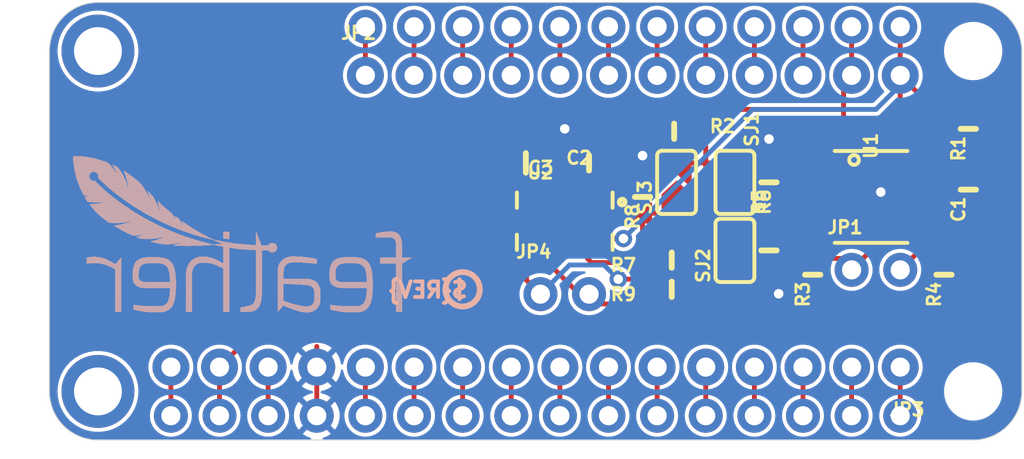
<source format=kicad_pcb>
(kicad_pcb (version 20221018) (generator pcbnew)
  (layers (0 "F.Cu" signal) (31 "B.Cu" signal) (34 "B.Paste" user) (35 "F.Paste" user) (36 "B.SilkS" user "B.Silkscreen") (37 "F.SilkS" user "F.Silkscreen") (38 "B.Mask" user) (39 "F.Mask" user) (44 "Edge.Cuts" user))
  (net 0 "")
  (net 1 "SCL")
  (net 2 "SDA")
  (net 3 "CT")
  (net 4 "INT")
  (net 5 "GND")
  (net 6 "A1")
  (net 7 "A0")
  (net 8 "3.3V")
  (net 9 "VBAT")
  (net 10 "N$1")
  (net 11 "USB")
  (net 12 "N$2")
  (net 13 "N$3")
  (net 14 "N$4")
  (net 15 "N$5")
  (net 16 "N$6")
  (net 17 "N$7")
  (net 18 "N$8")
  (net 19 "N$11")
  (net 20 "N$12")
  (net 21 "N$13")
  (net 22 "N$14")
  (net 23 "N$15")
  (net 24 "N$16")
  (net 25 "N$17")
  (net 26 "N$18")
  (net 27 "N$19")
  (net 28 "N$20")
  (net 29 "N$21")
  (net 30 "N$22")
  (net 31 "N$24")
  (net 32 "N$25")
  (net 33 "INT1")
  (net 34 "INT2")
  (net 35 "SDO")
  (footprint "working:ADIWING_TOP" (layer "F.Cu") (at 123.1011 116.4336)
    (fp_text reference "U$24" hide)
    (fp_text value "" hide)
  )
  (footprint "working:1X02_ROUND" (layer "F.Cu") (at 150.0251 108.8136)
    (fp_text reference "JP4" (at -2.6162 -1.8288) (layer "F.SilkS") (effects (font (size 0.666496 0.666496) (thickness 0.146304)) (justify left bottom)))
    (fp_text value "")
    (pad "1" thru_hole circle (at -1.27 0 90) (size 1.778 1.778) (drill 1) (layers "*.Cu" "*.Mask") (net 33 "INT1"))
    (pad "2" thru_hole circle (at 1.27 0 90) (size 1.778 1.778) (drill 1) (layers "*.Cu" "*.Mask") (net 34 "INT2"))
  )
  (footprint "working:FIDUCIAL_1MM" (layer "F.Cu") (at 172.7581 111.7346)
    (fp_text reference "FID2" hide)
    (fp_text value "FIDUCIAL_1MM" hide)
    (pad "1" smd roundrect (at 0 0) (size 1 1) (layers "F.Cu" "F.Mask") (roundrect_rratio 0.5))
  )
  (footprint "working:LGA14" (layer "F.Cu") (at 150.0251 105.0036)
    (fp_text reference "U2" (at -2.032 -2.159) (layer "F.SilkS") (effects (font (size 0.666496 0.666496) (thickness 0.146304)) (justify left bottom)))
    (fp_text value "ADXL343")
    (pad "1" smd rect (at 2 -1.1) (size 0.5 1.2) (layers "F.Cu" "F.Paste" "F.Mask") (net 8 "3.3V"))
    (pad "2" smd rect (at 1.2 -1.1 180) (size 0.5 1.2) (layers "F.Cu" "F.Paste" "F.Mask") (net 5 "GND"))
    (pad "3" smd rect (at 0.4 -1.1 180) (size 0.5 1.2) (layers "F.Cu" "F.Paste" "F.Mask"))
    (pad "4" smd rect (at -0.4 -1.1 180) (size 0.5 1.2) (layers "F.Cu" "F.Paste" "F.Mask") (net 5 "GND"))
    (pad "5" smd rect (at -1.2 -1.1 180) (size 0.5 1.2) (layers "F.Cu" "F.Paste" "F.Mask") (net 5 "GND"))
    (pad "6" smd rect (at -2 -1.1 180) (size 0.5 1.2) (layers "F.Cu" "F.Paste" "F.Mask") (net 8 "3.3V"))
    (pad "7" smd rect (at -2.1 0 270) (size 0.5 1.2) (layers "F.Cu" "F.Paste" "F.Mask") (net 8 "3.3V"))
    (pad "8" smd rect (at -2 1.1 180) (size 0.5 1.2) (layers "F.Cu" "F.Paste" "F.Mask") (net 33 "INT1"))
    (pad "9" smd rect (at -1.2 1.1 180) (size 0.5 1.2) (layers "F.Cu" "F.Paste" "F.Mask") (net 34 "INT2"))
    (pad "10" smd rect (at -0.4 1.1) (size 0.5 1.2) (layers "F.Cu" "F.Paste" "F.Mask"))
    (pad "11" smd rect (at 0.4 1.1) (size 0.5 1.2) (layers "F.Cu" "F.Paste" "F.Mask"))
    (pad "12" smd rect (at 1.2 1.1) (size 0.5 1.2) (layers "F.Cu" "F.Paste" "F.Mask") (net 35 "SDO"))
    (pad "13" smd rect (at 2 1.1) (size 0.5 1.2) (layers "F.Cu" "F.Paste" "F.Mask") (net 2 "SDA"))
    (pad "14" smd rect (at 2.1 0 90) (size 0.5 1.2) (layers "F.Cu" "F.Paste" "F.Mask") (net 1 "SCL"))
  )
  (footprint "working:SOLDERJUMPER_ARROW_NOPASTE" (layer "F.Cu") (at 158.9151 102.9716 -90)
    (fp_text reference "SJ1" (at -1.778 -1.27 -90) (layer "F.SilkS") (effects (font (size 0.666496 0.666496) (thickness 0.146304)) (justify left bottom)))
    (fp_text value "")
    (fp_poly (pts (xy 0.106121 0.002663) (xy -0.679416 0.7882) (xy -1.3946 0.7882) (xy -1.3946 -0.7882) (xy -0.62715 -0.7882)) (fill solid) (layer "F.Cu"))
    (fp_poly (pts (xy 1.3946 0.7882) (xy -0.315893 0.7882) (xy 0.443148 0) (xy -0.315893 -0.7882) (xy 1.3946 -0.7882)) (fill solid) (layer "F.Cu"))
    (pad "1" smd roundrect (at -1.016 0 270) (size 0.762 1.524) (layers "F.Cu") (net 8 "3.3V"))
    (pad "2" smd roundrect (at 1.016 0 270) (size 0.762 1.524) (layers "F.Cu") (net 7 "A0"))
  )
  (footprint "working:SOLDERJUMPER_ARROW_NOPASTE" (layer "F.Cu") (at 155.8671 102.9716 90)
    (fp_text reference "SJ3" (at -1.778 -1.27 90) (layer "F.SilkS") (effects (font (size 0.666496 0.666496) (thickness 0.146304)) (justify left bottom)))
    (fp_text value "")
    (fp_poly (pts (xy 0.106121 0.002663) (xy -0.679416 0.7882) (xy -1.3946 0.7882) (xy -1.3946 -0.7882) (xy -0.62715 -0.7882)) (fill solid) (layer "F.Cu"))
    (fp_poly (pts (xy 1.3946 0.7882) (xy -0.315893 0.7882) (xy 0.443148 0) (xy -0.315893 -0.7882) (xy 1.3946 -0.7882)) (fill solid) (layer "F.Cu"))
    (pad "1" smd roundrect (at -1.016 0 90) (size 0.762 1.524) (layers "F.Cu") (net 35 "SDO"))
    (pad "2" smd roundrect (at 1.016 0 90) (size 0.762 1.524) (layers "F.Cu") (net 8 "3.3V"))
  )
  (footprint "working:SOIC8_150MIL" (layer "F.Cu") (at 166.0271 103.7336 -90)
    (fp_text reference "U1" (at -1.905 -0.381 -90) (layer "F.SilkS") (effects (font (size 0.666496 0.666496) (thickness 0.146304)) (justify left bottom)))
    (fp_text value "ADT7410")
    (pad "1" smd rect (at -1.905 2.6 270) (size 0.6 2.2) (layers "F.Cu" "F.Paste" "F.Mask") (net 1 "SCL"))
    (pad "2" smd rect (at -0.635 2.6 270) (size 0.6 2.2) (layers "F.Cu" "F.Paste" "F.Mask") (net 2 "SDA"))
    (pad "3" smd rect (at 0.635 2.6 270) (size 0.6 2.2) (layers "F.Cu" "F.Paste" "F.Mask") (net 7 "A0"))
    (pad "4" smd rect (at 1.905 2.6 270) (size 0.6 2.2) (layers "F.Cu" "F.Paste" "F.Mask") (net 6 "A1"))
    (pad "5" smd rect (at 1.905 -2.6 270) (size 0.6 2.2) (layers "F.Cu" "F.Paste" "F.Mask") (net 4 "INT"))
    (pad "6" smd rect (at 0.635 -2.6 270) (size 0.6 2.2) (layers "F.Cu" "F.Paste" "F.Mask") (net 3 "CT"))
    (pad "7" smd rect (at -0.635 -2.6 270) (size 0.6 2.2) (layers "F.Cu" "F.Paste" "F.Mask") (net 5 "GND"))
    (pad "8" smd rect (at -1.905 -2.6 270) (size 0.6 2.2) (layers "F.Cu" "F.Paste" "F.Mask") (net 8 "3.3V"))
  )
  (footprint "working:0603-NO" (layer "F.Cu") (at 155.6131 108.5596 180)
    (fp_text reference "R9" (at 1.778 0.127 180) (layer "F.SilkS") (effects (font (size 0.666496 0.666496) (thickness 0.146304)) (justify right top)))
    (fp_text value "10K")
    (pad "1" smd rect (at -0.85 0 180) (size 1.075 1) (layers "F.Cu" "F.Paste" "F.Mask") (net 8 "3.3V"))
    (pad "2" smd rect (at 0.85 0 180) (size 1.075 1) (layers "F.Cu" "F.Paste" "F.Mask") (net 34 "INT2"))
  )
  (footprint "working:0603-NO" (layer "F.Cu") (at 169.8371 107.7976 -90)
    (fp_text reference "R4" (at 1.778 0.127 -90) (layer "F.SilkS") (effects (font (size 0.666496 0.666496) (thickness 0.146304)) (justify left bottom)))
    (fp_text value "10K")
    (pad "1" smd rect (at -0.85 0 270) (size 1.075 1) (layers "F.Cu" "F.Paste" "F.Mask") (net 4 "INT"))
    (pad "2" smd rect (at 0.85 0 270) (size 1.075 1) (layers "F.Cu" "F.Paste" "F.Mask") (net 8 "3.3V"))
  )
  (footprint "working:0603-NO" (layer "F.Cu") (at 160.6931 106.5276 90)
    (fp_text reference "R6" (at 1.778 0.127 90) (layer "F.SilkS") (effects (font (size 0.666496 0.666496) (thickness 0.146304)) (justify left bottom)))
    (fp_text value "10K")
    (pad "1" smd rect (at -0.85 0 90) (size 1.075 1) (layers "F.Cu" "F.Paste" "F.Mask") (net 5 "GND"))
    (pad "2" smd rect (at 0.85 0 90) (size 1.075 1) (layers "F.Cu" "F.Paste" "F.Mask") (net 6 "A1"))
  )
  (footprint "working:0603-NO" (layer "F.Cu") (at 171.1071 103.3526 -90)
    (fp_text reference "C1" (at 1.778 0.127 -90) (layer "F.SilkS") (effects (font (size 0.666496 0.666496) (thickness 0.146304)) (justify left bottom)))
    (fp_text value "0.1uF")
    (pad "1" smd rect (at -0.85 0 270) (size 1.075 1) (layers "F.Cu" "F.Paste" "F.Mask") (net 8 "3.3V"))
    (pad "2" smd rect (at 0.85 0 270) (size 1.075 1) (layers "F.Cu" "F.Paste" "F.Mask") (net 5 "GND"))
  )
  (footprint "working:1X02_ROUND" (layer "F.Cu") (at 166.2811 107.5436)
    (fp_text reference "JP1" (at -2.6162 -1.8288) (layer "F.SilkS") (effects (font (size 0.666496 0.666496) (thickness 0.146304)) (justify left bottom)))
    (fp_text value "")
    (pad "1" thru_hole circle (at -1.27 0 90) (size 1.778 1.778) (drill 1) (layers "*.Cu" "*.Mask") (net 3 "CT"))
    (pad "2" thru_hole circle (at 1.27 0 90) (size 1.778 1.778) (drill 1) (layers "*.Cu" "*.Mask") (net 4 "INT"))
  )
  (footprint "working:FIDUCIAL_1MM" (layer "F.Cu") (at 124.3711 99.9236)
    (fp_text reference "FID1" hide)
    (fp_text value "FIDUCIAL_1MM" hide)
    (pad "1" smd roundrect (at 0 0) (size 1 1) (layers "F.Cu" "F.Mask") (roundrect_rratio 0.5))
  )
  (footprint "working:0805-NO" (layer "F.Cu") (at 147.9931 101.9556)
    (fp_text reference "C2" (at 2.032 0.127) (layer "F.SilkS") (effects (font (size 0.666496 0.666496) (thickness 0.146304)) (justify left bottom)))
    (fp_text value "10uF")
    (pad "1" smd rect (at -0.95 0) (size 1.24 1.5) (layers "F.Cu" "F.Paste" "F.Mask") (net 8 "3.3V"))
    (pad "2" smd rect (at 0.95 0) (size 1.24 1.5) (layers "F.Cu" "F.Paste" "F.Mask") (net 5 "GND"))
  )
  (footprint "working:0603-NO" (layer "F.Cu") (at 162.9791 107.7976 -90)
    (fp_text reference "R3" (at 1.778 0.127 -90) (layer "F.SilkS") (effects (font (size 0.666496 0.666496) (thickness 0.146304)) (justify left bottom)))
    (fp_text value "10K")
    (pad "1" smd rect (at -0.85 0 270) (size 1.075 1) (layers "F.Cu" "F.Paste" "F.Mask") (net 3 "CT"))
    (pad "2" smd rect (at 0.85 0 270) (size 1.075 1) (layers "F.Cu" "F.Paste" "F.Mask") (net 8 "3.3V"))
  )
  (footprint "working:1X16_ROUND_76MIL" (layer "F.Cu") (at 148.5011 112.6236 180)
    (fp_text reference "JP3" (at -20.3962 -1.8288 180) (layer "F.SilkS") (effects (font (size 0.666496 0.666496) (thickness 0.146304)) (justify right top)))
    (fp_text value "")
    (pad "1" thru_hole circle (at -19.05 0 270) (size 1.9304 1.9304) (drill 1) (layers "*.Cu" "*.Mask") (net 19 "N$11"))
    (pad "2" thru_hole circle (at -16.51 0 270) (size 1.9304 1.9304) (drill 1) (layers "*.Cu" "*.Mask") (net 20 "N$12"))
    (pad "3" thru_hole circle (at -13.97 0 270) (size 1.9304 1.9304) (drill 1) (layers "*.Cu" "*.Mask") (net 21 "N$13"))
    (pad "4" thru_hole circle (at -11.43 0 270) (size 1.9304 1.9304) (drill 1) (layers "*.Cu" "*.Mask") (net 22 "N$14"))
    (pad "5" thru_hole circle (at -8.89 0 270) (size 1.9304 1.9304) (drill 1) (layers "*.Cu" "*.Mask") (net 23 "N$15"))
    (pad "6" thru_hole circle (at -6.35 0 270) (size 1.9304 1.9304) (drill 1) (layers "*.Cu" "*.Mask") (net 24 "N$16"))
    (pad "7" thru_hole circle (at -3.81 0 270) (size 1.9304 1.9304) (drill 1) (layers "*.Cu" "*.Mask") (net 25 "N$17"))
    (pad "8" thru_hole circle (at -1.27 0 270) (size 1.9304 1.9304) (drill 1) (layers "*.Cu" "*.Mask") (net 26 "N$18"))
    (pad "9" thru_hole circle (at 1.27 0 270) (size 1.9304 1.9304) (drill 1) (layers "*.Cu" "*.Mask") (net 27 "N$19"))
    (pad "10" thru_hole circle (at 3.81 0 270) (size 1.9304 1.9304) (drill 1) (layers "*.Cu" "*.Mask") (net 28 "N$20"))
    (pad "11" thru_hole circle (at 6.35 0 270) (size 1.9304 1.9304) (drill 1) (layers "*.Cu" "*.Mask") (net 29 "N$21"))
    (pad "12" thru_hole circle (at 8.89 0 270) (size 1.9304 1.9304) (drill 1) (layers "*.Cu" "*.Mask") (net 30 "N$22"))
    (pad "13" thru_hole circle (at 11.43 0 270) (size 1.9304 1.9304) (drill 1) (layers "*.Cu" "*.Mask") (net 5 "GND"))
    (pad "14" thru_hole circle (at 13.97 0 270) (size 1.9304 1.9304) (drill 1) (layers "*.Cu" "*.Mask") (net 31 "N$24"))
    (pad "15" thru_hole circle (at 16.51 0 270) (size 1.9304 1.9304) (drill 1) (layers "*.Cu" "*.Mask") (net 8 "3.3V"))
    (pad "16" thru_hole circle (at 19.05 0 270) (size 1.9304 1.9304) (drill 1) (layers "*.Cu" "*.Mask") (net 32 "N$25"))
  )
  (footprint "working:0603-NO" (layer "F.Cu") (at 155.7401 100.3046)
    (fp_text reference "R2" (at 1.778 0.127) (layer "F.SilkS") (effects (font (size 0.666496 0.666496) (thickness 0.146304)) (justify left bottom)))
    (fp_text value "10K")
    (pad "1" smd rect (at -0.85 0) (size 1.075 1) (layers "F.Cu" "F.Paste" "F.Mask") (net 1 "SCL"))
    (pad "2" smd rect (at 0.85 0) (size 1.075 1) (layers "F.Cu" "F.Paste" "F.Mask") (net 8 "3.3V"))
  )
  (footprint "working:0603-NO" (layer "F.Cu") (at 171.1071 100.1776 -90)
    (fp_text reference "R1" (at 1.778 0.127 -90) (layer "F.SilkS") (effects (font (size 0.666496 0.666496) (thickness 0.146304)) (justify left bottom)))
    (fp_text value "10K")
    (pad "1" smd rect (at -0.85 0 270) (size 1.075 1) (layers "F.Cu" "F.Paste" "F.Mask") (net 2 "SDA"))
    (pad "2" smd rect (at 0.85 0 270) (size 1.075 1) (layers "F.Cu" "F.Paste" "F.Mask") (net 8 "3.3V"))
  )
  (footprint "working:0603-NO" (layer "F.Cu") (at 151.2951 101.9556 180)
    (fp_text reference "C3" (at 1.778 0.127 180) (layer "F.SilkS") (effects (font (size 0.666496 0.666496) (thickness 0.146304)) (justify right top)))
    (fp_text value "0.1uF")
    (pad "1" smd rect (at -0.85 0 180) (size 1.075 1) (layers "F.Cu" "F.Paste" "F.Mask") (net 8 "3.3V"))
    (pad "2" smd rect (at 0.85 0 180) (size 1.075 1) (layers "F.Cu" "F.Paste" "F.Mask") (net 5 "GND"))
  )
  (footprint "working:1X12_ROUND_76MIL" (layer "F.Cu") (at 153.5811 97.3836)
    (fp_text reference "JP2" (at -15.3162 -1.8288) (layer "F.SilkS") (effects (font (size 0.666496 0.666496) (thickness 0.146304)) (justify left bottom)))
    (fp_text value "")
    (pad "1" thru_hole circle (at -13.97 0 90) (size 1.9304 1.9304) (drill 1) (layers "*.Cu" "*.Mask") (net 9 "VBAT"))
    (pad "2" thru_hole circle (at -11.43 0 90) (size 1.9304 1.9304) (drill 1) (layers "*.Cu" "*.Mask") (net 10 "N$1"))
    (pad "3" thru_hole circle (at -8.89 0 90) (size 1.9304 1.9304) (drill 1) (layers "*.Cu" "*.Mask") (net 11 "USB"))
    (pad "4" thru_hole circle (at -6.35 0 90) (size 1.9304 1.9304) (drill 1) (layers "*.Cu" "*.Mask") (net 12 "N$2"))
    (pad "5" thru_hole circle (at -3.81 0 90) (size 1.9304 1.9304) (drill 1) (layers "*.Cu" "*.Mask") (net 13 "N$3"))
    (pad "6" thru_hole circle (at -1.27 0 90) (size 1.9304 1.9304) (drill 1) (layers "*.Cu" "*.Mask") (net 14 "N$4"))
    (pad "7" thru_hole circle (at 1.27 0 90) (size 1.9304 1.9304) (drill 1) (layers "*.Cu" "*.Mask") (net 15 "N$5"))
    (pad "8" thru_hole circle (at 3.81 0 90) (size 1.9304 1.9304) (drill 1) (layers "*.Cu" "*.Mask") (net 16 "N$6"))
    (pad "9" thru_hole circle (at 6.35 0 90) (size 1.9304 1.9304) (drill 1) (layers "*.Cu" "*.Mask") (net 17 "N$7"))
    (pad "10" thru_hole circle (at 8.89 0 90) (size 1.9304 1.9304) (drill 1) (layers "*.Cu" "*.Mask") (net 18 "N$8"))
    (pad "11" thru_hole circle (at 11.43 0 90) (size 1.9304 1.9304) (drill 1) (layers "*.Cu" "*.Mask") (net 1 "SCL"))
    (pad "12" thru_hole circle (at 13.97 0 90) (size 1.9304 1.9304) (drill 1) (layers "*.Cu" "*.Mask") (net 2 "SDA"))
  )
  (footprint "working:SOLDERJUMPER_ARROW_NOPASTE" (layer "F.Cu") (at 158.9151 106.5276 90)
    (fp_text reference "SJ2" (at -1.778 -1.27 90) (layer "F.SilkS") (effects (font (size 0.666496 0.666496) (thickness 0.146304)) (justify left bottom)))
    (fp_text value "")
    (fp_poly (pts (xy 0.106121 0.002663) (xy -0.679416 0.7882) (xy -1.3946 0.7882) (xy -1.3946 -0.7882) (xy -0.62715 -0.7882)) (fill solid) (layer "F.Cu"))
    (fp_poly (pts (xy 1.3946 0.7882) (xy -0.315893 0.7882) (xy 0.443148 0) (xy -0.315893 -0.7882) (xy 1.3946 -0.7882)) (fill solid) (layer "F.Cu"))
    (pad "1" smd roundrect (at -1.016 0 90) (size 0.762 1.524) (layers "F.Cu") (net 8 "3.3V"))
    (pad "2" smd roundrect (at 1.016 0 90) (size 0.762 1.524) (layers "F.Cu") (net 6 "A1"))
  )
  (footprint "working:0603-NO" (layer "F.Cu") (at 160.6931 102.9716 -90)
    (fp_text reference "R5" (at 1.778 0.127 -90) (layer "F.SilkS") (effects (font (size 0.666496 0.666496) (thickness 0.146304)) (justify left bottom)))
    (fp_text value "10K")
    (pad "1" smd rect (at -0.85 0 270) (size 1.075 1) (layers "F.Cu" "F.Paste" "F.Mask") (net 5 "GND"))
    (pad "2" smd rect (at 0.85 0 270) (size 1.075 1) (layers "F.Cu" "F.Paste" "F.Mask") (net 7 "A0"))
  )
  (footprint "working:0603-NO" (layer "F.Cu") (at 154.0891 103.7336 -90)
    (fp_text reference "R8" (at 1.778 0.127 -90) (layer "F.SilkS") (effects (font (size 0.666496 0.666496) (thickness 0.146304)) (justify left bottom)))
    (fp_text value "10K")
    (pad "1" smd rect (at -0.85 0 270) (size 1.075 1) (layers "F.Cu" "F.Paste" "F.Mask") (net 5 "GND"))
    (pad "2" smd rect (at 0.85 0 270) (size 1.075 1) (layers "F.Cu" "F.Paste" "F.Mask") (net 35 "SDO"))
  )
  (footprint "working:0603-NO" (layer "F.Cu") (at 155.6131 107.0356 180)
    (fp_text reference "R7" (at 1.778 0.127 180) (layer "F.SilkS") (effects (font (size 0.666496 0.666496) (thickness 0.146304)) (justify right top)))
    (fp_text value "10K")
    (pad "1" smd rect (at -0.85 0 180) (size 1.075 1) (layers "F.Cu" "F.Paste" "F.Mask") (net 8 "3.3V"))
    (pad "2" smd rect (at 0.85 0 180) (size 1.075 1) (layers "F.Cu" "F.Paste" "F.Mask") (net 33 "INT1"))
  )
  (footprint "working:FEATHERWING" (layer "F.Cu") (at 123.1011 116.4336)
    (fp_text reference "MS1" hide)
    (fp_text value "FEATHERWING" hide)
    (fp_line (start 0 -20.32) (end 0 -2.54) (stroke (width 0.05)) (layer "Edge.Cuts"))
    (fp_line (start 2.54 0) (end 48.26 0) (stroke (width 0.05)) (layer "Edge.Cuts"))
    (fp_line (start 48.26 -22.86) (end 2.54 -22.86) (stroke (width 0.05)) (layer "Edge.Cuts"))
    (fp_line (start 50.8 -2.54) (end 50.8 -20.32) (stroke (width 0.05)) (layer "Edge.Cuts"))
    (fp_arc (start 0 -20.32) (mid 0.743949 -22.116051) (end 2.54 -22.86) (stroke (width 0.05)) (layer "Edge.Cuts"))
    (fp_arc (start 2.54 0) (mid 0.743949 -0.743949) (end 0 -2.54) (stroke (width 0.05)) (layer "Edge.Cuts"))
    (fp_arc (start 48.26 -22.86) (mid 50.056051 -22.116051) (end 50.8 -20.32) (stroke (width 0.05)) (layer "Edge.Cuts"))
    (fp_arc (start 50.8 -2.54) (mid 50.056051 -0.743949) (end 48.26 0) (stroke (width 0.05)) (layer "Edge.Cuts"))
    (pad "" np_thru_hole circle (at 48.26 -20.32) (size 2.54 2.54) (drill 2.54) (layers "*.Cu" "*.Mask"))
    (pad "" np_thru_hole circle (at 48.26 -2.54) (size 2.54 2.54) (drill 2.54) (layers "*.Cu" "*.Mask"))
    (pad "1" thru_hole circle (at 6.35 -1.27) (size 1.778 1.778) (drill 1) (layers "*.Cu" "*.Mask") (net 32 "N$25"))
    (pad "2" thru_hole circle (at 8.89 -1.27) (size 1.778 1.778) (drill 1) (layers "*.Cu" "*.Mask") (net 8 "3.3V"))
    (pad "3" thru_hole circle (at 11.43 -1.27) (size 1.778 1.778) (drill 1) (layers "*.Cu" "*.Mask") (net 31 "N$24"))
    (pad "4" thru_hole circle (at 13.97 -1.27) (size 1.778 1.778) (drill 1) (layers "*.Cu" "*.Mask") (net 5 "GND"))
    (pad "5" thru_hole circle (at 16.51 -1.27) (size 1.778 1.778) (drill 1) (layers "*.Cu" "*.Mask") (net 30 "N$22"))
    (pad "6" thru_hole circle (at 19.05 -1.27) (size 1.778 1.778) (drill 1) (layers "*.Cu" "*.Mask") (net 29 "N$21"))
    (pad "7" thru_hole circle (at 21.59 -1.27) (size 1.778 1.778) (drill 1) (layers "*.Cu" "*.Mask") (net 28 "N$20"))
    (pad "8" thru_hole circle (at 24.13 -1.27) (size 1.778 1.778) (drill 1) (layers "*.Cu" "*.Mask") (net 27 "N$19"))
    (pad "9" thru_hole circle (at 26.67 -1.27) (size 1.778 1.778) (drill 1) (layers "*.Cu" "*.Mask") (net 26 "N$18"))
    (pad "10" thru_hole circle (at 29.21 -1.27) (size 1.778 1.778) (drill 1) (layers "*.Cu" "*.Mask") (net 25 "N$17"))
    (pad "11" thru_hole circle (at 31.75 -1.27) (size 1.778 1.778) (drill 1) (layers "*.Cu" "*.Mask") (net 24 "N$16"))
    (pad "12" thru_hole circle (at 34.29 -1.27) (size 1.778 1.778) (drill 1) (layers "*.Cu" "*.Mask") (net 23 "N$15"))
    (pad "13" thru_hole circle (at 36.83 -1.27) (size 1.778 1.778) (drill 1) (layers "*.Cu" "*.Mask") (net 22 "N$14"))
    (pad "14" thru_hole circle (at 39.37 -1.27) (size 1.778 1.778) (drill 1) (layers "*.Cu" "*.Mask") (net 21 "N$13"))
    (pad "15" thru_hole circle (at 41.91 -1.27) (size 1.778 1.778) (drill 1) (layers "*.Cu" "*.Mask") (net 20 "N$12"))
    (pad "16" thru_hole circle (at 44.45 -1.27) (size 1.778 1.778) (drill 1) (layers "*.Cu" "*.Mask") (net 19 "N$11"))
    (pad "17" thru_hole circle (at 44.45 -21.59) (size 1.778 1.778) (drill 1) (layers "*.Cu" "*.Mask") (net 2 "SDA"))
    (pad "18" thru_hole circle (at 41.91 -21.59) (size 1.778 1.778) (drill 1) (layers "*.Cu" "*.Mask") (net 1 "SCL"))
    (pad "19" thru_hole circle (at 39.37 -21.59) (size 1.778 1.778) (drill 1) (layers "*.Cu" "*.Mask") (net 18 "N$8"))
    (pad "20" thru_hole circle (at 36.83 -21.59) (size 1.778 1.778) (drill 1) (layers "*.Cu" "*.Mask") (net 17 "N$7"))
    (pad "21" thru_hole circle (at 34.29 -21.59) (size 1.778 1.778) (drill 1) (layers "*.Cu" "*.Mask") (net 16 "N$6"))
    (pad "22" thru_hole circle (at 31.75 -21.59) (size 1.778 1.778) (drill 1) (layers "*.Cu" "*.Mask") (net 15 "N$5"))
    (pad "23" thru_hole circle (at 29.21 -21.59) (size 1.778 1.778) (drill 1) (layers "*.Cu" "*.Mask") (net 14 "N$4"))
    (pad "24" thru_hole circle (at 26.67 -21.59) (size 1.778 1.778) (drill 1) (layers "*.Cu" "*.Mask") (net 13 "N$3"))
    (pad "25" thru_hole circle (at 24.13 -21.59) (size 1.778 1.778) (drill 1) (layers "*.Cu" "*.Mask") (net 12 "N$2"))
    (pad "26" thru_hole circle (at 21.59 -21.59) (size 1.778 1.778) (drill 1) (layers "*.Cu" "*.Mask") (net 11 "USB"))
    (pad "27" thru_hole circle (at 19.05 -21.59) (size 1.778 1.778) (drill 1) (layers "*.Cu" "*.Mask") (net 10 "N$1"))
    (pad "28" thru_hole circle (at 16.51 -21.59) (size 1.778 1.778) (drill 1) (layers "*.Cu" "*.Mask") (net 9 "VBAT"))
    (pad "P$1" thru_hole circle (at 2.54 -20.32) (size 3.81 3.81) (drill 2.5) (layers "*.Cu" "*.Mask"))
    (pad "P$2" thru_hole circle (at 2.54 -2.54) (size 3.81 3.81) (drill 2.5) (layers "*.Cu" "*.Mask"))
  )
  (footprint "working:FEATHERLOGO_MED" (layer "B.Cu") (at 142.1511 109.8296 180)
    (fp_text reference "U$23" hide)
    (fp_text value "" hide)
  )
  (footprint "working:PCBFEAT-REV-040" (layer "B.Cu") (at 144.6911 108.5596 180)
    (fp_text reference "U$1" hide)
    (fp_text value "" hide)
    (fp_text user "${REV}" (at -0.3556 -0.508) (layer "B.SilkS") (effects (font (size 0.8128 0.8128) (thickness 0.2032)) (justify left bottom mirror)))
  )
  (segment (start 164.5911 99.1616) (end 155.1051 99.1616) (width 0.254) (layer "F.Cu") (net 1))
  (segment (start 153.0731 100.6856) (end 153.0731 104.4956) (width 0.254) (layer "F.Cu") (net 1))
  (segment (start 155.1051 100.0896) (end 155.1051 99.1616) (width 0.254) (layer "F.Cu") (net 1))
  (segment (start 152.5651 105.0036) (end 152.1251 105.0036) (width 0.254) (layer "F.Cu") (net 1))
  (segment (start 155.1051 99.1616) (end 154.5971 99.1616) (width 0.254) (layer "F.Cu") (net 1))
  (segment (start 164.5911 99.1616) (end 164.5911 101.6136) (width 0.254) (layer "F.Cu") (net 1))
  (segment (start 154.5971 99.1616) (end 153.0731 100.6856) (width 0.254) (layer "F.Cu") (net 1))
  (segment (start 165.0111 97.3836) (end 164.5911 97.8036) (width 0.254) (layer "F.Cu") (net 1))
  (segment (start 165.0111 97.3836) (end 165.0111 94.8436) (width 0.254) (layer "F.Cu") (net 1))
  (segment (start 164.5911 101.6136) (end 164.3761 101.8286) (width 0.254) (layer "F.Cu") (net 1))
  (segment (start 164.5911 97.8036) (end 164.5911 99.1616) (width 0.254) (layer "F.Cu") (net 1))
  (segment (start 155.1051 100.0896) (end 154.8901 100.3046) (width 0.254) (layer "F.Cu") (net 1))
  (segment (start 163.4271 101.8286) (end 164.3761 101.8286) (width 0.254) (layer "F.Cu") (net 1))
  (segment (start 153.0731 104.4956) (end 152.5651 105.0036) (width 0.254) (layer "F.Cu") (net 1))
  (segment (start 165.1381 103.0986) (end 167.5511 100.6856) (width 0.254) (layer "F.Cu") (net 2))
  (segment (start 152.2187 105.91) (end 152.0251 106.1036) (width 0.254) (layer "F.Cu") (net 2))
  (segment (start 167.5511 100.6856) (end 167.5511 97.3836) (width 0.254) (layer "F.Cu") (net 2))
  (segment (start 171.1071 99.3276) (end 169.4951 99.3276) (width 0.254) (layer "F.Cu") (net 2))
  (segment (start 163.4271 103.0986) (end 165.1381 103.0986) (width 0.254) (layer "F.Cu") (net 2))
  (segment (start 167.5511 94.8436) (end 167.5511 97.3836) (width 0.254) (layer "F.Cu") (net 2))
  (segment (start 169.4951 99.3276) (end 167.5511 97.3836) (width 0.254) (layer "F.Cu") (net 2))
  (segment (start 153.0908 105.91) (end 152.2187 105.91) (width 0.254) (layer "F.Cu") (net 2))
  (via (at 153.0908 105.91) (size 0.9064) (drill 0.5) (layers "F.Cu" "B.Cu") (net 2))
  (segment (start 167.5511 97.8916) (end 167.5511 97.3836) (width 0.254) (layer "B.Cu") (net 2))
  (segment (start 159.8392 99.1616) (end 153.0908 105.91) (width 0.254) (layer "B.Cu") (net 2))
  (segment (start 166.2811 99.1616) (end 167.5511 97.8916) (width 0.254) (layer "B.Cu") (net 2))
  (segment (start 159.8392 99.1616) (end 166.2811 99.1616) (width 0.254) (layer "B.Cu") (net 2))
  (segment (start 165.0111 107.5436) (end 164.4151 106.9476) (width 0.254) (layer "F.Cu") (net 3))
  (segment (start 166.7891 105.0036) (end 167.4241 104.3686) (width 0.254) (layer "F.Cu") (net 3))
  (segment (start 166.7891 105.7656) (end 166.7891 105.0036) (width 0.254) (layer "F.Cu") (net 3))
  (segment (start 165.0111 107.5436) (end 166.7891 105.7656) (width 0.254) (layer "F.Cu") (net 3))
  (segment (start 164.4151 106.9476) (end 162.9791 106.9476) (width 0.254) (layer "F.Cu") (net 3))
  (segment (start 167.4241 104.3686) (end 168.6271 104.3686) (width 0.254) (layer "F.Cu") (net 3))
  (segment (start 168.6271 106.4676) (end 168.6271 105.6386) (width 0.254) (layer "F.Cu") (net 4))
  (segment (start 168.6271 105.7376) (end 168.6271 105.6386) (width 0.254) (layer "F.Cu") (net 4))
  (segment (start 167.5511 107.5436) (end 168.6271 106.4676) (width 0.254) (layer "F.Cu") (net 4))
  (segment (start 169.8371 106.9476) (end 168.6271 105.7376) (width 0.254) (layer "F.Cu") (net 4))
  (segment (start 166.9161 103.0986) (end 166.5351 103.4796) (width 0.254) (layer "F.Cu") (net 5))
  (segment (start 150.4451 100.5976) (end 150.4451 101.9556) (width 0.4064) (layer "F.Cu") (net 5))
  (segment (start 148.8251 102.1396) (end 149.0091 101.9556) (width 0.4064) (layer "F.Cu") (net 5))
  (segment (start 171.1071 104.2026) (end 170.4721 104.2026) (width 0.254) (layer "F.Cu") (net 5))
  (segment (start 160.694562 100.70885) (end 160.6931 100.710313) (width 0.254) (layer "F.Cu") (net 5))
  (segment (start 149.6251 103.903597) (end 149.5171 103.9036) (width 0.254) (layer "F.Cu") (net 5))
  (segment (start 149.6251 103.903597) (end 149.6251 103.9036) (width 0.254) (layer "F.Cu") (net 5))
  (segment (start 154.0891 101.5746) (end 154.0891 102.8836) (width 0.254) (layer "F.Cu") (net 5))
  (segment (start 137.0711 111.5416) (end 137.0711 112.6236) (width 0.254) (layer "F.Cu") (net 5))
  (segment (start 148.9431 101.9556) (end 148.689103 101.9556) (width 0.4064) (layer "F.Cu") (net 5))
  (segment (start 160.6931 100.710313) (end 160.6931 102.1216) (width 0.254) (layer "F.Cu") (net 5))
  (segment (start 170.4721 104.2026) (end 169.3681 103.0986) (width 0.254) (layer "F.Cu") (net 5))
  (segment (start 151.2251 102.7356) (end 150.4451 101.9556) (width 0.4064) (layer "F.Cu") (net 5))
  (segment (start 148.9431 101.9556) (end 150.4451 101.9556) (width 0.4064) (layer "F.Cu") (net 5))
  (segment (start 168.6271 103.0986) (end 166.9161 103.0986) (width 0.254) (layer "F.Cu") (net 5))
  (segment (start 168.6271 103.0986) (end 169.3681 103.0986) (width 0.254) (layer "F.Cu") (net 5))
  (segment (start 149.5171 103.9036) (end 148.8251 103.9036) (width 0.254) (layer "F.Cu") (net 5))
  (segment (start 149.6251 103.9036) (end 149.5171 103.9036) (width 0.254) (layer "F.Cu") (net 5))
  (segment (start 148.689103 101.9556) (end 149.0091 101.9556) (width 0.254) (layer "F.Cu") (net 5))
  (segment (start 161.2011 108.7922) (end 160.6931 108.2842) (width 0.254) (layer "F.Cu") (net 5))
  (segment (start 150.0251 100.1776) (end 150.4451 100.5976) (width 0.4064) (layer "F.Cu") (net 5))
  (segment (start 148.8251 103.9036) (end 148.8251 102.1396) (width 0.4064) (layer "F.Cu") (net 5))
  (segment (start 137.0711 115.1636) (end 137.0711 112.6236) (width 0.254) (layer "F.Cu") (net 5))
  (segment (start 160.6931 107.3776) (end 160.6931 108.2842) (width 0.254) (layer "F.Cu") (net 5))
  (segment (start 151.2251 103.9036) (end 151.2251 102.7356) (width 0.4064) (layer "F.Cu") (net 5))
  (via (at 150.0251 100.1776) (size 0.9064) (drill 0.5) (layers "F.Cu" "B.Cu") (net 5))
  (via (at 161.2011 108.7922) (size 0.9064) (drill 0.5) (layers "F.Cu" "B.Cu") (net 5))
  (via (at 166.5351 103.4796) (size 0.9064) (drill 0.5) (layers "F.Cu" "B.Cu") (net 5))
  (via (at 160.694562 100.70885) (size 0.9064) (drill 0.5) (layers "F.Cu" "B.Cu") (net 5))
  (via (at 154.0891 101.5746) (size 0.9064) (drill 0.5) (layers "F.Cu" "B.Cu") (net 5))
  (segment (start 160.7321 105.6386) (end 160.6931 105.6776) (width 0.254) (layer "F.Cu") (net 6))
  (segment (start 163.4271 105.6386) (end 160.7321 105.6386) (width 0.254) (layer "F.Cu") (net 6))
  (segment (start 160.6931 105.6776) (end 159.0811 105.6776) (width 0.254) (layer "F.Cu") (net 6))
  (segment (start 159.0811 105.6776) (end 158.9151 105.5116) (width 0.254) (layer "F.Cu") (net 6))
  (segment (start 161.2401 104.3686) (end 160.6931 103.8216) (width 0.254) (layer "F.Cu") (net 7))
  (segment (start 159.0811 103.8216) (end 158.9151 103.9876) (width 0.254) (layer "F.Cu") (net 7))
  (segment (start 163.4271 104.3686) (end 161.2401 104.3686) (width 0.254) (layer "F.Cu") (net 7))
  (segment (start 160.6931 103.8216) (end 159.0811 103.8216) (width 0.254) (layer "F.Cu") (net 7))
  (segment (start 147.0431 99.6036) (end 147.0431 101.7016) (width 0.254) (layer "F.Cu") (net 8))
  (segment (start 171.1901 108.7306) (end 169.7541 108.7306) (width 0.254) (layer "F.Cu") (net 8))
  (segment (start 152.1451 101.9556) (end 151.7711 101.5816) (width 0.254) (layer "F.Cu") (net 8))
  (segment (start 147.0431 102.9216) (end 147.0431 101.7016) (width 0.4064) (layer "F.Cu") (net 8))
  (segment (start 157.3911 106.1076) (end 156.4631 107.0356) (width 0.254) (layer "F.Cu") (net 8))
  (segment (start 155.8671 101.9556) (end 157.3911 101.9556) (width 0.254) (layer "F.Cu") (net 8))
  (segment (start 169.7541 108.7306) (end 169.8371 108.6476) (width 0.254) (layer "F.Cu") (net 8))
  (segment (start 172.3771 103.3916) (end 172.3771 107.5436) (width 0.254) (layer "F.Cu") (net 8))
  (segment (start 152.0251 102.0756) (end 152.0251 103.9036) (width 0.254) (layer "F.Cu") (net 8))
  (segment (start 148.0251 103.9036) (end 147.0431 102.9216) (width 0.4064) (layer "F.Cu") (net 8))
  (segment (start 147.9931 110.5916) (end 155.6131 110.5916) (width 0.254) (layer "F.Cu") (net 8))
  (segment (start 172.3771 103.3916) (end 171.4881 102.5026) (width 0.254) (layer "F.Cu") (net 8))
  (segment (start 170.4721 102.5026) (end 169.7981 101.8286) (width 0.254) (layer "F.Cu") (net 8))
  (segment (start 147.0431 101.7016) (end 147.0431 101.9556) (width 0.254) (layer "F.Cu") (net 8))
  (segment (start 158.9151 107.5436) (end 157.8991 108.5596) (width 0.254) (layer "F.Cu") (net 8))
  (segment (start 171.1071 102.5026) (end 170.4721 102.5026) (width 0.254) (layer "F.Cu") (net 8))
  (segment (start 162.9791 109.1556) (end 162.9791 108.6476) (width 0.254) (layer "F.Cu") (net 8))
  (segment (start 148.0251 103.9036) (end 148.0251 104.9036) (width 0.254) (layer "F.Cu") (net 8))
  (segment (start 168.6271 101.8286) (end 169.7981 101.8286) (width 0.254) (layer "F.Cu") (net 8))
  (segment (start 162.9791 109.1556) (end 162.3051 109.8296) (width 0.254) (layer "F.Cu") (net 8))
  (segment (start 162.3051 109.8296) (end 159.6771 109.8296) (width 0.254) (layer "F.Cu") (net 8))
  (segment (start 157.8991 108.5596) (end 156.4631 108.5596) (width 0.254) (layer "F.Cu") (net 8))
  (segment (start 131.9911 115.1636) (end 131.9911 112.6236) (width 0.254) (layer "F.Cu") (net 8))
  (segment (start 148.0251 104.9036) (end 147.9251 105.0036) (width 0.254) (layer "F.Cu") (net 8))
  (segment (start 157.3911 106.1076) (end 157.3911 101.9556) (width 0.254) (layer "F.Cu") (net 8))
  (segment (start 171.4881 102.5026) (end 171.1071 102.5026) (width 0.254) (layer "F.Cu") (net 8))
  (segment (start 131.9911 112.6236) (end 139.6111 105.0036) (width 0.254) (layer "F.Cu") (net 8))
  (segment (start 151.7711 99.6376) (end 151.2951 99.161604) (width 0.254) (layer "F.Cu") (net 8))
  (segment (start 147.485093 99.161607) (end 147.0431 99.6036) (width 0.254) (layer "F.Cu") (net 8))
  (segment (start 156.4631 109.7416) (end 156.4631 108.5596) (width 0.254) (layer "F.Cu") (net 8))
  (segment (start 169.1631 109.3216) (end 169.7541 108.7306) (width 0.254) (layer "F.Cu") (net 8))
  (segment (start 171.1071 101.0276) (end 171.1071 102.5026) (width 0.254) (layer "F.Cu") (net 8))
  (segment (start 158.9151 107.5436) (end 158.9151 109.0676) (width 0.254) (layer "F.Cu") (net 8))
  (segment (start 162.9791 108.6476) (end 163.6531 109.3216) (width 0.254) (layer "F.Cu") (net 8))
  (segment (start 156.4631 107.0356) (end 156.4631 108.5596) (width 0.254) (layer "F.Cu") (net 8))
  (segment (start 145.8341 108.4326) (end 147.9931 110.5916) (width 0.254) (layer "F.Cu") (net 8))
  (segment (start 151.2951 99.161604) (end 147.485093 99.161607) (width 0.254) (layer "F.Cu") (net 8))
  (segment (start 157.3911 101.1056) (end 156.5901 100.3046) (width 0.254) (layer "F.Cu") (net 8))
  (segment (start 163.6531 109.3216) (end 169.1631 109.3216) (width 0.254) (layer "F.Cu") (net 8))
  (segment (start 151.7711 99.6376) (end 151.7711 101.5816) (width 0.254) (layer "F.Cu") (net 8))
  (segment (start 147.9251 105.0036) (end 145.8341 105.0036) (width 0.254) (layer "F.Cu") (net 8))
  (segment (start 158.9151 101.9556) (end 157.3911 101.9556) (width 0.254) (layer "F.Cu") (net 8))
  (segment (start 157.3911 101.9556) (end 157.3911 101.1056) (width 0.254) (layer "F.Cu") (net 8))
  (segment (start 155.6131 110.5916) (end 156.4631 109.7416) (width 0.254) (layer "F.Cu") (net 8))
  (segment (start 145.8341 105.0036) (end 139.6111 105.0036) (width 0.254) (layer "F.Cu") (net 8))
  (segment (start 152.1451 101.9556) (end 152.0251 102.0756) (width 0.254) (layer "F.Cu") (net 8))
  (segment (start 145.8341 105.0036) (end 145.8341 108.4326) (width 0.254) (layer "F.Cu") (net 8))
  (segment (start 158.9151 109.0676) (end 159.6771 109.8296) (width 0.254) (layer "F.Cu") (net 8))
  (segment (start 172.3771 107.5436) (end 171.1901 108.7306) (width 0.254) (layer "F.Cu") (net 8))
  (segment (start 139.6111 94.8436) (end 139.6111 97.3836) (width 0.254) (layer "F.Cu") (net 9))
  (segment (start 142.1511 94.8436) (end 142.1511 97.3836) (width 0.254) (layer "F.Cu") (net 10))
  (segment (start 144.6911 94.8436) (end 144.6911 97.3836) (width 0.254) (layer "F.Cu") (net 11))
  (segment (start 147.2311 94.8436) (end 147.2311 97.3836) (width 0.254) (layer "F.Cu") (net 12))
  (segment (start 149.7711 94.8436) (end 149.7711 97.3836) (width 0.254) (layer "F.Cu") (net 13))
  (segment (start 152.3111 94.8436) (end 152.3111 97.3836) (width 0.254) (layer "F.Cu") (net 14))
  (segment (start 154.8511 94.8436) (end 154.8511 97.3836) (width 0.254) (layer "F.Cu") (net 15))
  (segment (start 157.3911 94.8436) (end 157.3911 97.3836) (width 0.254) (layer "F.Cu") (net 16))
  (segment (start 159.9311 94.8436) (end 159.9311 97.3836) (width 0.254) (layer "F.Cu") (net 17))
  (segment (start 162.4711 94.8436) (end 162.4711 97.3836) (width 0.254) (layer "F.Cu") (net 18))
  (segment (start 167.5511 112.6236) (end 167.5511 115.1636) (width 0.254) (layer "F.Cu") (net 19))
  (segment (start 165.0111 115.1636) (end 165.0111 112.6236) (width 0.254) (layer "F.Cu") (net 20))
  (segment (start 162.4711 112.6236) (end 162.4711 115.1636) (width 0.254) (layer "F.Cu") (net 21))
  (segment (start 159.9311 112.6236) (end 159.9311 115.1636) (width 0.254) (layer "F.Cu") (net 22))
  (segment (start 157.3911 115.1636) (end 157.3911 112.6236) (width 0.254) (layer "F.Cu") (net 23))
  (segment (start 154.8511 112.6236) (end 154.8511 115.1636) (width 0.254) (layer "F.Cu") (net 24))
  (segment (start 152.3111 115.1636) (end 152.3111 112.6236) (width 0.254) (layer "F.Cu") (net 25))
  (segment (start 149.7711 112.6236) (end 149.7711 115.1636) (width 0.254) (layer "F.Cu") (net 26))
  (segment (start 147.2311 115.1636) (end 147.2311 112.6236) (width 0.254) (layer "F.Cu") (net 27))
  (segment (start 144.6911 112.6236) (end 144.6911 115.1636) (width 0.254) (layer "F.Cu") (net 28))
  (segment (start 142.1511 115.1636) (end 142.1511 112.6236) (width 0.254) (layer "F.Cu") (net 29))
  (segment (start 139.6111 112.6236) (end 139.6111 115.1636) (width 0.254) (layer "F.Cu") (net 30))
  (segment (start 134.5311 112.6236) (end 134.5311 115.1636) (width 0.254) (layer "F.Cu") (net 31))
  (segment (start 129.4511 114.4016) (end 129.1971 114.6556) (width 0.254) (layer "F.Cu") (net 32))
  (segment (start 129.1971 114.9096) (end 129.4511 115.1636) (width 0.254) (layer "F.Cu") (net 32))
  (segment (start 129.4511 112.6236) (end 129.4511 114.4016) (width 0.254) (layer "F.Cu") (net 32))
  (segment (start 129.1971 114.6556) (end 129.1971 114.9096) (width 0.254) (layer "F.Cu") (net 32))
  (segment (start 148.7551 108.8136) (end 148.0251 108.0836) (width 0.254) (layer "F.Cu") (net 33))
  (segment (start 148.0251 106.1036) (end 148.0251 108.0836) (width 0.254) (layer "F.Cu") (net 33))
  (segment (start 154.7631 107.0356) (end 154.702687 107.0356) (width 0.254) (layer "F.Cu") (net 33))
  (segment (start 153.7081 108.030188) (end 152.8191 108.030188) (width 0.254) (layer "F.Cu") (net 33))
  (segment (start 154.702687 107.0356) (end 153.7081 108.030188) (width 0.254) (layer "F.Cu") (net 33))
  (via (at 152.8191 108.030188) (size 0.9064) (drill 0.5) (layers "F.Cu" "B.Cu") (net 33))
  (segment (start 152.078512 107.2896) (end 150.2791 107.2896) (width 0.254) (layer "B.Cu") (net 33))
  (segment (start 150.2791 107.2896) (end 148.7551 108.8136) (width 0.254) (layer "B.Cu") (net 33))
  (segment (start 152.8191 108.030188) (end 152.078512 107.2896) (width 0.254) (layer "B.Cu") (net 33))
  (segment (start 154.7631 108.5596) (end 154.763096 108.559597) (width 0.254) (layer "F.Cu") (net 34))
  (segment (start 154.001093 109.3216) (end 151.8031 109.3216) (width 0.254) (layer "F.Cu") (net 34))
  (segment (start 150.7871 108.8136) (end 148.8251 106.8516) (width 0.254) (layer "F.Cu") (net 34))
  (segment (start 151.2951 108.8136) (end 150.7871 108.8136) (width 0.254) (layer "F.Cu") (net 34))
  (segment (start 151.8031 109.3216) (end 151.2951 108.8136) (width 0.254) (layer "F.Cu") (net 34))
  (segment (start 154.763096 108.559597) (end 154.001093 109.3216) (width 0.254) (layer "F.Cu") (net 34))
  (segment (start 148.8251 106.1036) (end 148.8251 106.8516) (width 0.254) (layer "F.Cu") (net 34))
  (segment (start 155.8671 103.9876) (end 155.8671 104.3296) (width 0.254) (layer "F.Cu") (net 35))
  (segment (start 151.2251 106.1036) (end 151.2251 106.9656) (width 0.254) (layer "F.Cu") (net 35))
  (segment (start 154.0891 106.1466) (end 153.0731 107.1626) (width 0.254) (layer "F.Cu") (net 35))
  (segment (start 153.0731 107.1626) (end 151.4221 107.1626) (width 0.254) (layer "F.Cu") (net 35))
  (segment (start 155.8671 104.3296) (end 155.6131 104.5836) (width 0.254) (layer "F.Cu") (net 35))
  (segment (start 155.6131 104.5836) (end 154.0891 104.5836) (width 0.254) (layer "F.Cu") (net 35))
  (segment (start 151.4221 107.1626) (end 151.2251 106.9656) (width 0.254) (layer "F.Cu") (net 35))
  (segment (start 154.0891 104.5836) (end 154.0891 106.1466) (width 0.254) (layer "F.Cu") (net 35))
  (zone (net 5) (net_name "GND") (layer "B.Cu") (priority 6) (connect_pads (clearance 0.000001)) (min_thickness 0.127) (fill yes (thermal_gap 0.304) (thermal_bridge_width 0.304))
    (polygon (pts (xy 174.0281 116.5606) (xy 122.9741 116.5606) (xy 122.9741 93.4466) (xy 174.0281 93.4466)))
  )
)
</source>
